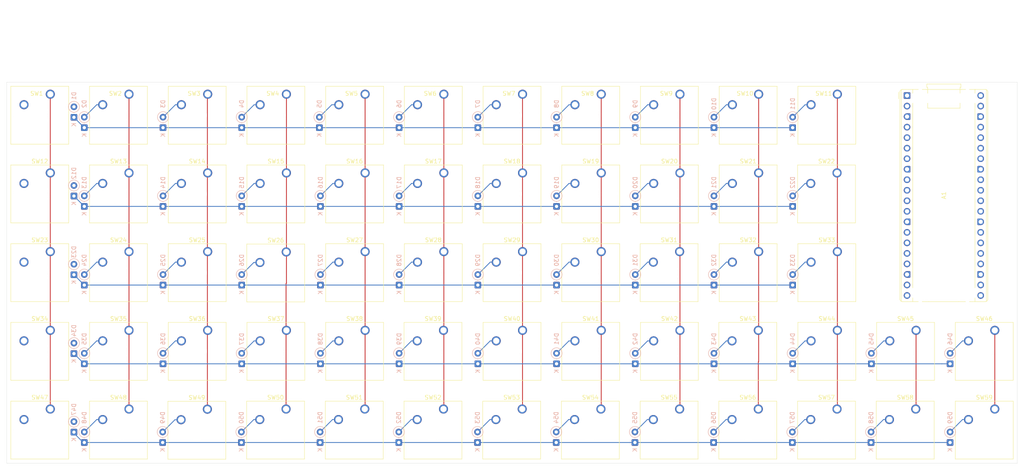
<source format=kicad_pcb>
(kicad_pcb (version 20241229) (generator "pcbnew") (generator_version "9.0")
  (layers (0 "F.Cu" signal) (2 "B.Cu" signal) (13 "F.Paste" user) (15 "B.Paste" user) (5 "F.SilkS" user "F.Silkscreen") (7 "B.SilkS" user "B.Silkscreen") (1 "F.Mask" user) (3 "B.Mask" user) (25 "Edge.Cuts" user))
  (net 0 "")
  (net 2 "ROW3")
  (net 3 "COL4")
  (net 4 "COL12")
  (net 5 "COL2")
  (net 6 "COL7")
  (net 8 "ROW2")
  (net 10 "COL8")
  (net 15 "ROW1")
  (net 16 "ROW4")
  (net 20 "COL0")
  (net 23 "COL3")
  (net 25 "COL11")
  (net 27 "ROW0")
  (net 28 "COL10")
  (net 33 "COL9")
  (net 36 "COL6")
  (net 37 "COL1")
  (net 40 "COL5")
  (net 41 "Net-(D1-A)")
  (net 42 "Net-(D2-A)")
  (net 43 "Net-(D3-A)")
  (net 44 "Net-(D4-A)")
  (net 45 "Net-(D5-A)")
  (net 46 "Net-(D6-A)")
  (net 47 "Net-(D7-A)")
  (net 48 "Net-(D8-A)")
  (net 49 "Net-(D9-A)")
  (net 50 "Net-(D10-A)")
  (net 51 "Net-(D11-A)")
  (net 52 "Net-(D12-A)")
  (net 53 "Net-(D13-A)")
  (net 54 "Net-(D14-A)")
  (net 55 "Net-(D15-A)")
  (net 56 "Net-(D16-A)")
  (net 57 "Net-(D17-A)")
  (net 58 "Net-(D18-A)")
  (net 59 "Net-(D19-A)")
  (net 60 "Net-(D20-A)")
  (net 61 "Net-(D21-A)")
  (net 62 "Net-(D22-A)")
  (net 63 "Net-(D23-A)")
  (net 64 "Net-(D24-A)")
  (net 65 "Net-(D25-A)")
  (net 66 "Net-(D26-A)")
  (net 67 "Net-(D27-A)")
  (net 68 "Net-(D28-A)")
  (net 69 "Net-(D29-A)")
  (net 70 "Net-(D30-A)")
  (net 71 "Net-(D31-A)")
  (net 72 "Net-(D32-A)")
  (net 73 "Net-(D33-A)")
  (net 74 "Net-(D34-A)")
  (net 75 "Net-(D35-A)")
  (net 76 "Net-(D36-A)")
  (net 77 "Net-(D37-A)")
  (net 78 "Net-(D38-A)")
  (net 79 "Net-(D39-A)")
  (net 80 "Net-(D40-A)")
  (net 81 "Net-(D41-A)")
  (net 82 "Net-(D42-A)")
  (net 83 "Net-(D43-A)")
  (net 84 "Net-(D44-A)")
  (net 85 "Net-(D45-A)")
  (net 86 "Net-(D46-A)")
  (net 87 "Net-(D47-A)")
  (net 88 "Net-(D48-A)")
  (net 89 "Net-(D49-A)")
  (net 90 "Net-(D50-A)")
  (net 91 "Net-(D51-A)")
  (net 92 "Net-(D52-A)")
  (net 93 "Net-(D53-A)")
  (net 94 "Net-(D54-A)")
  (net 95 "Net-(D55-A)")
  (net 96 "Net-(D56-A)")
  (net 97 "Net-(D57-A)")
  (net 98 "Net-(D58-A)")
  (net 99 "Net-(D59-A)")
  (footprint "Button_Switch_Keyboard:SW_Cherry_MX_1.00u_PCB" (layer "F.Cu") (at 42.04 130.42)
    (property "Reference" "SW47")
    (property "Value" "SW_MX")
  )
  (footprint "Button_Switch_Keyboard:SW_Cherry_MX_1.00u_PCB" (layer "F.Cu") (at 136.96 111.42)
    (property "Reference" "SW39")
    (property "Value" "SW_MX")
  )
  (footprint "Button_Switch_Keyboard:SW_Cherry_MX_1.00u_PCB" (layer "F.Cu") (at 156.04 92.42)
    (property "Reference" "SW29")
    (property "Value" "SW_MX")
  )
  (footprint "Module:RaspberryPi_Pico_Common_THT" (layer "F.Cu") (at 248.86 54.75)
    (property "Reference" "A1")
    (property "Value" "RaspberryPi_Pico")
  )
  (footprint "Button_Switch_Keyboard:SW_Cherry_MX_1.00u_PCB" (layer "F.Cu") (at 270.04 111.42)
    (property "Reference" "SW46")
    (property "Value" "SW_MX")
  )
  (footprint "Button_Switch_Keyboard:SW_Cherry_MX_1.00u_PCB" (layer "F.Cu") (at 250.96 130.42)
    (property "Reference" "SW58")
    (property "Value" "SW_MX")
  )
  (footprint "Button_Switch_Keyboard:SW_Cherry_MX_1.00u_PCB" (layer "F.Cu") (at 232.04 54.42)
    (property "Reference" "SW11")
    (property "Value" "SW_MX")
  )
  (footprint "Button_Switch_Keyboard:SW_Cherry_MX_1.00u_PCB" (layer "F.Cu") (at 212.96 111.42)
    (property "Reference" "SW43")
    (property "Value" "SW_MX")
  )
  (footprint "Button_Switch_Keyboard:SW_Cherry_MX_1.00u_PCB" (layer "F.Cu") (at 99 92.5)
    (property "Reference" "SW26")
    (property "Value" "SW_MX")
  )
  (footprint "Button_Switch_Keyboard:SW_Cherry_MX_1.00u_PCB" (layer "F.Cu") (at 80.04 92.42)
    (property "Reference" "SW25")
    (property "Value" "SW_MX")
  )
  (footprint "Button_Switch_Keyboard:SW_Cherry_MX_1.00u_PCB" (layer "F.Cu") (at 61.04 92.42)
    (property "Reference" "SW24")
    (property "Value" "SW_MX")
  )
  (footprint "Button_Switch_Keyboard:SW_Cherry_MX_1.00u_PCB" (layer "F.Cu") (at 232.04 92.42)
    (property "Reference" "SW33")
    (property "Value" "SW_MX")
  )
  (footprint "Button_Switch_Keyboard:SW_Cherry_MX_1.00u_PCB" (layer "F.Cu") (at 99.04 111.42)
    (property "Reference" "SW37")
    (property "Value" "SW_MX")
  )
  (footprint "Button_Switch_Keyboard:SW_Cherry_MX_1.00u_PCB" (layer "F.Cu") (at 80.04 73.42)
    (property "Reference" "SW14")
    (property "Value" "SW_MX")
  )
  (footprint "Button_Switch_Keyboard:SW_Cherry_MX_1.00u_PCB" (layer "F.Cu") (at 193.96 92.42)
    (property "Reference" "SW31")
    (property "Value" "SW_MX")
  )
  (footprint "Button_Switch_Keyboard:SW_Cherry_MX_1.00u_PCB" (layer "F.Cu") (at 42.04 111.42)
    (property "Reference" "SW34")
    (property "Value" "SW_MX")
  )
  (footprint "Button_Switch_Keyboard:SW_Cherry_MX_1.00u_PCB" (layer "F.Cu") (at 194.04 111.42)
    (property "Reference" "SW42")
    (property "Value" "SW_MX")
  )
  (footprint "Button_Switch_Keyboard:SW_Cherry_MX_1.00u_PCB" (layer "F.Cu") (at 213.04 92.42)
    (property "Reference" "SW32")
    (property "Value" "SW_MX")
  )
  (footprint "Button_Switch_Keyboard:SW_Cherry_MX_1.00u_PCB" (layer "F.Cu") (at 156.04 111.42)
    (property "Reference" "SW40")
    (property "Value" "SW_MX")
  )
  (footprint "Button_Switch_Keyboard:SW_Cherry_MX_1.00u_PCB" (layer "F.Cu") (at 99.04 54.42)
    (property "Reference" "SW4")
    (property "Value" "SW_MX")
  )
  (footprint "Button_Switch_Keyboard:SW_Cherry_MX_1.00u_PCB" (layer "F.Cu") (at 136.96 130.42)
    (property "Reference" "SW52")
    (property "Value" "SW_MX")
  )
  (footprint "Button_Switch_Keyboard:SW_Cherry_MX_1.00u_PCB" (layer "F.Cu") (at 118.04 92.42)
    (property "Reference" "SW27")
    (property "Value" "SW_MX")
  )
  (footprint "Button_Switch_Keyboard:SW_Cherry_MX_1.00u_PCB" (layer "F.Cu") (at 118.04 111.42)
    (property "Reference" "SW38")
    (property "Value" "SW_MX")
  )
  (footprint "Button_Switch_Keyboard:SW_Cherry_MX_1.00u_PCB" (layer "F.Cu") (at 80.04 111.42)
    (property "Reference" "SW36")
    (property "Value" "SW_MX")
  )
  (footprint "Button_Switch_Keyboard:SW_Cherry_MX_1.00u_PCB" (layer "F.Cu") (at 118.04 73.42)
    (property "Reference" "SW16")
    (property "Value" "SW_MX")
  )
  (footprint "Button_Switch_Keyboard:SW_Cherry_MX_1.00u_PCB" (layer "F.Cu") (at 194.04 73.42)
    (property "Reference" "SW20")
    (property "Value" "SW_MX")
  )
  (footprint "Button_Switch_Keyboard:SW_Cherry_MX_1.00u_PCB" (layer "F.Cu") (at 61.04 130.42)
    (property "Reference" "SW48")
    (property "Value" "SW_MX")
  )
  (footprint "Button_Switch_Keyboard:SW_Cherry_MX_1.00u_PCB" (layer "F.Cu") (at 80.04 54.42)
    (property "Reference" "SW3")
    (property "Value" "SW_MX")
  )
  (footprint "Button_Switch_Keyboard:SW_Cherry_MX_1.00u_PCB" (layer "F.Cu") (at 213.04 54.42)
    (property "Reference" "SW10")
    (property "Value" "SW_MX")
  )
  (footprint "Button_Switch_Keyboard:SW_Cherry_MX_1.00u_PCB" (layer "F.Cu") (at 42.04 73.42)
    (property "Reference" "SW12")
    (property "Value" "SW_MX")
  )
  (footprint "Button_Switch_Keyboard:SW_Cherry_MX_1.00u_PCB" (layer "F.Cu") (at 194.04 54.42)
    (property "Reference" "SW9")
    (property "Value" "SW_MX")
  )
  (footprint "Button_Switch_Keyboard:SW_Cherry_MX_1.00u_PCB" (layer "F.Cu") (at 137.04 92.42)
    (property "Reference" "SW28")
    (property "Value" "SW_MX")
  )
  (footprint "Button_Switch_Keyboard:SW_Cherry_MX_1.00u_PCB" (layer "F.Cu") (at 155.96 130.42)
    (property "Reference" "SW53")
    (property "Value" "SW_MX")
  )
  (footprint "Button_Switch_Keyboard:SW_Cherry_MX_1.00u_PCB" (layer "F.Cu") (at 137.04 73.42)
    (property "Reference" "SW17")
    (property "Value" "SW_MX")
  )
  (footprint "Button_Switch_Keyboard:SW_Cherry_MX_1.00u_PCB" (layer "F.Cu") (at 175.04 54.42)
    (property "Reference" "SW8")
    (property "Value" "SW_MX")
  )
  (footprint "Button_Switch_Keyboard:SW_Cherry_MX_1.00u_PCB" (layer "F.Cu") (at 175.04 73.42)
    (property "Reference" "SW19")
    (property "Value" "SW_MX")
  )
  (footprint "Button_Switch_Keyboard:SW_Cherry_MX_1.00u_PCB" (layer "F.Cu") (at 231.96 73.42)
    (property "Reference" "SW22")
    (property "Value" "SW_MX")
  )
  (footprint "Button_Switch_Keyboard:SW_Cherry_MX_1.00u_PCB" (layer "F.Cu") (at 42.04 92.42)
    (property "Reference" "SW23")
    (property "Value" "SW_MX")
  )
  (footprint "Button_Switch_Keyboard:SW_Cherry_MX_1.00u_PCB" (layer "F.Cu") (at 231.96 130.42)
    (property "Reference" "SW57")
    (property "Value" "SW_MX")
  )
  (footprint "Button_Switch_Keyboard:SW_Cherry_MX_1.00u_PCB" (layer "F.Cu") (at 212.96 130.42)
    (property "Reference" "SW56")
    (property "Value" "SW_MX")
  )
  (footprint "Button_Switch_Keyboard:SW_Cherry_MX_1.00u_PCB" (layer "F.Cu") (at 79.96 130.46)
    (property "Reference" "SW49")
    (property "Value" "SW_MX")
  )
  (footprint "Button_Switch_Keyboard:SW_Cherry_MX_1.00u_PCB" (layer "F.Cu") (at 61.04 73.42)
    (property "Reference" "SW13")
    (property "Value" "SW_MX")
  )
  (footprint "Button_Switch_Keyboard:SW_Cherry_MX_1.00u_PCB" (layer "F.Cu") (at 42.04 54.42)
    (property "Reference" "SW1")
    (property "Value" "SW_MX")
  )
  (footprint "Button_Switch_Keyboard:SW_Cherry_MX_1.00u_PCB" (layer "F.Cu") (at 61.04 54.42)
    (property "Reference" "SW2")
    (property "Value" "SW_MX")
  )
  (footprint "Button_Switch_Keyboard:SW_Cherry_MX_1.00u_PCB" (layer "F.Cu") (at 156.04 54.42)
    (property "Reference" "SW7")
    (property "Value" "SW_MX")
  )
  (footprint "Button_Switch_Keyboard:SW_Cherry_MX_1.00u_PCB" (layer "F.Cu") (at 175.04 111.42)
    (property "Reference" "SW41")
    (property "Value" "SW_MX")
  )
  (footprint "Button_Switch_Keyboard:SW_Cherry_MX_1.00u_PCB" (layer "F.Cu") (at 251.04 111.42)
    (property "Reference" "SW45")
    (property "Value" "SW_MX")
  )
  (footprint "Button_Switch_Keyboard:SW_Cherry_MX_1.00u_PCB" (layer "F.Cu") (at 98.96 130.42)
    (property "Reference" "SW50")
    (property "Value" "SW_MX")
  )
  (footprint "Button_Switch_Keyboard:SW_Cherry_MX_1.00u_PCB" (layer "F.Cu") (at 118.04 54.42)
    (property "Reference" "SW5")
    (property "Value" "SW_MX")
  )
  (footprint "Button_Switch_Keyboard:SW_Cherry_MX_1.00u_PCB" (layer "F.Cu") (at 156.04 73.42)
    (property "Reference" "SW18")
    (property "Value" "SW_MX")
  )
  (footprint "Button_Switch_Keyboard:SW_Cherry_MX_1.00u_PCB" (layer "F.Cu") (at 193.96 130.42)
    (property "Reference" "SW55")
    (property "Value" "SW_MX")
  )
  (footprint "Button_Switch_Keyboard:SW_Cherry_MX_1.00u_PCB" (layer "F.Cu") (at 61.04 111.42)
    (property "Reference" "SW35")
    (property "Value" "SW_MX")
  )
  (footprint "Button_Switch_Keyboard:SW_Cherry_MX_1.00u_PCB" (layer "F.Cu") (at 175.04 92.42)
    (property "Reference" "SW30")
    (property "Value" "SW_MX")
  )
  (footprint "Button_Switch_Keyboard:SW_Cherry_MX_1.00u_PCB" (layer "F.Cu") (at 99.04 73.42)
    (property "Reference" "SW15")
    (property "Value" "SW_MX")
  )
  (footprint "Button_Switch_Keyboard:SW_Cherry_MX_1.00u_PCB" (layer "F.Cu") (at 232.04 111.42)
    (property "Reference" "SW44")
    (property "Value" "SW_MX")
  )
  (footprint "Button_Switch_Keyboard:SW_Cherry_MX_1.00u_PCB" (layer "F.Cu") (at 117.96 130.42)
    (property "Reference" "SW51")
    (property "Value" "SW_MX")
  )
  (footprint "Button_Switch_Keyboard:SW_Cherry_MX_1.00u_PCB" (layer "F.Cu") (at 213.04 73.42)
    (property "Reference" "SW21")
    (property "Value" "SW_MX")
  )
  (footprint "Button_Switch_Keyboard:SW_Cherry_MX_1.00u_PCB" (layer "F.Cu") (at 174.96 130.42)
    (property "Reference" "SW54")
    (property "Value" "SW_MX")
  )
  (footprint "Button_Switch_Keyboard:SW_Cherry_MX_1.00u_PCB" (layer "F.Cu") (at 137.04 54.42)
    (property "Reference" "SW6")
    (property "Value" "SW_MX")
  )
  (footprint "Button_Switch_Keyboard:SW_Cherry_MX_1.00u_PCB" (layer "F.Cu") (at 270.04 130.42)
    (property "Reference" "SW59")
    (property "Value" "SW_MX")
  )
  (footprint "Diode_THT:D_DO-35_SOD27_P2.54mm_Vertical_KathodeUp" (layer "B.Cu") (at 47.75 60 90)
    (property "Reference" "D1")
    (property "Value" "D")
  )
  (footprint "Diode_THT:D_DO-35_SOD27_P2.54mm_Vertical_KathodeUp" (layer "B.Cu") (at 107 62.5 90)
    (property "Reference" "D5")
    (property "Value" "D")
  )
  (footprint "Diode_THT:D_DO-35_SOD27_P2.54mm_Vertical_KathodeUp" (layer "B.Cu") (at 240.25 119.5 90)
    (property "Reference" "D45")
    (property "Value" "D")
  )
  (footprint "Diode_THT:D_DO-35_SOD27_P2.54mm_Vertical_KathodeUp" (layer "B.Cu") (at 183.25 119.5 90)
    (property "Reference" "D42")
    (property "Value" "D")
  )
  (footprint "Diode_THT:D_DO-35_SOD27_P2.54mm_Vertical_KathodeUp" (layer "B.Cu") (at 259.25 119.5 90)
    (property "Reference" "D46")
    (property "Value" "D")
  )
  (footprint "Diode_THT:D_DO-35_SOD27_P2.54mm_Vertical_KathodeUp" (layer "B.Cu") (at 107.25 100.5 90)
    (property "Reference" "D27")
    (property "Value" "D")
  )
  (footprint "Diode_THT:D_DO-35_SOD27_P2.54mm_Vertical_KathodeUp" (layer "B.Cu") (at 164.25 119.5 90)
    (property "Reference" "D41")
    (property "Value" "D")
  )
  (footprint "Diode_THT:D_DO-35_SOD27_P2.54mm_Vertical_KathodeUp" (layer "B.Cu") (at 164.25 81.5 90)
    (property "Reference" "D19")
    (property "Value" "D")
  )
  (footprint "Diode_THT:D_DO-35_SOD27_P2.54mm_Vertical_KathodeUp" (layer "B.Cu") (at 69.25 62.5 90)
    (property "Reference" "D3")
    (property "Value" "D")
  )
  (footprint "Diode_THT:D_DO-35_SOD27_P2.54mm_Vertical_KathodeUp" (layer "B.Cu") (at 183.25 62.5 90)
    (property "Reference" "D9")
    (property "Value" "D")
  )
  (footprint "Diode_THT:D_DO-35_SOD27_P2.54mm_Vertical_KathodeUp" (layer "B.Cu") (at 126.25 119.5 90)
    (property "Reference" "D39")
    (property "Value" "D")
  )
  (footprint "Diode_THT:D_DO-35_SOD27_P2.54mm_Vertical_KathodeUp" (layer "B.Cu") (at 221.25 62.5 90)
    (property "Reference" "D11")
    (property "Value" "D")
  )
  (footprint "Diode_THT:D_DO-35_SOD27_P2.54mm_Vertical_KathodeUp" (layer "B.Cu") (at 88.25 119.5 90)
    (property "Reference" "D37")
    (property "Value" "D")
  )
  (footprint "Diode_THT:D_DO-35_SOD27_P2.54mm_Vertical_KathodeUp" (layer "B.Cu") (at 47.75 98 90)
    (property "Reference" "D23")
    (property "Value" "D")
  )
  (footprint "Diode_THT:D_DO-35_SOD27_P2.54mm_Vertical_KathodeUp" (layer "B.Cu") (at 126.25 62.5 90)
    (property "Reference" "D6")
    (property "Value" "D")
  )
  (footprint "Diode_THT:D_DO-35_SOD27_P2.54mm_Vertical_KathodeUp" (layer "B.Cu") (at 69.25 119.5 90)
    (property "Reference" "D36")
    (property "Value" "D")
  )
  (footprint "Diode_THT:D_DO-35_SOD27_P2.54mm_Vertical_KathodeUp" (layer "B.Cu") (at 107.25 81.5 90)
    (property "Reference" "D16")
    (property "Value" "D")
  )
  (footprint "Diode_THT:D_DO-35_SOD27_P2.54mm_Vertical_KathodeUp" (layer "B.Cu") (at 47.75 136 90)
    (property "Reference" "D47")
    (property "Value" "D")
  )
  (footprint "Diode_THT:D_DO-35_SOD27_P2.54mm_Vertical_KathodeUp" (layer "B.Cu") (at 145.25 100.5 90)
    (property "Reference" "D29")
    (property "Value" "D")
  )
  (footprint "Diode_THT:D_DO-35_SOD27_P2.54mm_Vertical_KathodeUp" (layer "B.Cu") (at 221.25 81.5 90)
    (property "Reference" "D22")
    (property "Value" "D")
  )
  (footprint "Diode_THT:D_DO-35_SOD27_P2.54mm_Vertical_KathodeUp" (layer "B.Cu") (at 183.25 81.5 90)
    (property "Reference" "D20")
    (property "Value" "D")
  )
  (footprint "Diode_THT:D_DO-35_SOD27_P2.54mm_Vertical_KathodeUp" (layer "B.Cu") (at 47.75 79 90)
    (property "Reference" "D12")
    (property "Value" "D")
  )
  (footprint "Diode_THT:D_DO-35_SOD27_P2.54mm_Vertical_KathodeUp" (layer "B.Cu") (at 50.25 100.5 90)
    (property "Reference" "D24")
    (property "Value" "D")
  )
  (footprint "Diode_THT:D_DO-35_SOD27_P2.54mm_Vertical_KathodeUp" (layer "B.Cu") (at 145.25 62.5 90)
    (property "Reference" "D7")
    (property "Value" "D")
  )
  (footprint "Diode_THT:D_DO-35_SOD27_P2.54mm_Vertical_KathodeUp" (layer "B.Cu") (at 145.25 81.5 90)
    (property "Reference" "D18")
    (property "Value" "D")
  )
  (footprint "Diode_THT:D_DO-35_SOD27_P2.54mm_Vertical_KathodeUp" (layer "B.Cu") (at 88.25 100.5 90)
    (property "Reference" "D26")
    (property "Value" "D")
  )
  (footprint "Diode_THT:D_DO-35_SOD27_P2.54mm_Vertical_KathodeUp" (layer "B.Cu") (at 164.17 138.5 90)
    (property "Reference" "D54")
    (property "Value" "D")
  )
  (footprint "Diode_THT:D_DO-35_SOD27_P2.54mm_Vertical_KathodeUp" (layer "B.Cu") (at 259.25 138.5 90)
    (property "Reference" "D59")
    (property "Value" "D")
  )
  (footprint "Diode_THT:D_DO-35_SOD27_P2.54mm_Vertical_KathodeUp" (layer "B.Cu") (at 183.25 100.5 90)
    (property "Reference" "D31")
    (property "Value" "D")
  )
  (footprint "Diode_THT:D_DO-35_SOD27_P2.54mm_Vertical_KathodeUp" (layer "B.Cu") (at 164.25 62.5 90)
    (property "Reference" "D8")
    (property "Value" "D")
  )
  (footprint "Diode_THT:D_DO-35_SOD27_P2.54mm_Vertical_KathodeUp" (layer "B.Cu") (at 126.25 100.5 90)
    (property "Reference" "D28")
    (property "Value" "D")
  )
  (footprint "Diode_THT:D_DO-35_SOD27_P2.54mm_Vertical_KathodeUp" (layer "B.Cu") (at 50.25 138.5 90)
    (property "Reference" "D48")
    (property "Value" "D")
  )
  (footprint "Diode_THT:D_DO-35_SOD27_P2.54mm_Vertical_KathodeUp" (layer "B.Cu") (at 126.25 81.5 90)
    (property "Reference" "D17")
    (property "Value" "D")
  )
  (footprint "Diode_THT:D_DO-35_SOD27_P2.54mm_Vertical_KathodeUp" (layer "B.Cu") (at 202.25 119.5 90)
    (property "Reference" "D43")
    (property "Value" "D")
  )
  (footprint "Diode_THT:D_DO-35_SOD27_P2.54mm_Vertical_KathodeUp" (layer "B.Cu") (at 50.25 62.5 90)
    (property "Reference" "D2")
    (property "Value" "D")
  )
  (footprint "Diode_THT:D_DO-35_SOD27_P2.54mm_Vertical_KathodeUp" (layer "B.Cu") (at 88.25 81.5 90)
    (property "Reference" "D15")
    (property "Value" "D")
  )
  (footprint "Diode_THT:D_DO-35_SOD27_P2.54mm_Vertical_KathodeUp" (layer "B.Cu") (at 47.75 117.04 90)
    (property "Reference" "D34")
    (property "Value" "D")
  )
  (footprint "Diode_THT:D_DO-35_SOD27_P2.54mm_Vertical_KathodeUp" (layer "B.Cu") (at 50.25 119.5 90)
    (property "Reference" "D35")
    (property "Value" "D")
  )
  (footprint "Diode_THT:D_DO-35_SOD27_P2.54mm_Vertical_KathodeUp" (layer "B.Cu") (at 183.17 138.5 90)
    (property "Reference" "D55")
    (property "Value" "D")
  )
  (footprint "Diode_THT:D_DO-35_SOD27_P2.54mm_Vertical_KathodeUp" (layer "B.Cu") (at 240.17 138.5 90)
    (property "Reference" "D58")
    (property "Value" "D")
  )
  (footprint "Diode_THT:D_DO-35_SOD27_P2.54mm_Vertical_KathodeUp" (layer "B.Cu") (at 202.25 100.5 90)
    (property "Reference" "D32")
    (property "Value" "D")
  )
  (footprint "Diode_THT:D_DO-35_SOD27_P2.54mm_Vertical_KathodeUp" (layer "B.Cu") (at 145.25 119.5 90)
    (property "Reference" "D40")
    (property "Value" "D")
  )
  (footprint "Diode_THT:D_DO-35_SOD27_P2.54mm_Vertical_KathodeUp" (layer "B.Cu") (at 126.17 138.5 90)
    (property "Reference" "D52")
    (property "Value" "D")
  )
  (footprint "Diode_THT:D_DO-35_SOD27_P2.54mm_Vertical_KathodeUp" (layer "B.Cu") (at 221.17 138.5 90)
    (property "Reference" "D57")
    (property "Value" "D")
  )
  (footprint "Diode_THT:D_DO-35_SOD27_P2.54mm_Vertical_KathodeUp" (layer "B.Cu") (at 107.17 138.5 90)
    (property "Reference" "D51")
    (property "Value" "D")
  )
  (footprint "Diode_THT:D_DO-35_SOD27_P2.54mm_Vertical_KathodeUp" (layer "B.Cu") (at 164.25 100.5 90)
    (property "Reference" "D30")
    (property "Value" "D")
  )
  (footprint "Diode_THT:D_DO-35_SOD27_P2.54mm_Vertical_KathodeUp" (layer "B.Cu") (at 69.25 100.5 90)
    (property "Reference" "D25")
    (property "Value" "D")
  )
  (footprint "Diode_THT:D_DO-35_SOD27_P2.54mm_Vertical_KathodeUp" (layer "B.Cu") (at 202.25 62.5 90)
    (property "Reference" "D10")
    (property "Value" "D")
  )
  (footprint "Diode_THT:D_DO-35_SOD27_P2.54mm_Vertical_KathodeUp" (layer "B.Cu") (at 221.25 119.5 90)
    (property "Reference" "D44")
    (property "Value" "D")
  )
  (footprint "Diode_THT:D_DO-35_SOD27_P2.54mm_Vertical_KathodeUp" (layer "B.Cu") (at 69.25 81.5 90)
    (property "Reference" "D14")
    (property "Value" "D")
  )
  (footprint "Diode_THT:D_DO-35_SOD27_P2.54mm_Vertical_KathodeUp" (layer "B.Cu") (at 145.17 138.5 90)
    (property "Reference" "D53")
    (property "Value" "D")
  )
  (footprint "Diode_THT:D_DO-35_SOD27_P2.54mm_Vertical_KathodeUp" (layer "B.Cu") (at 221.25 100.5 90)
    (property "Reference" "D33")
    (property "Value" "D")
  )
  (footprint "Diode_THT:D_DO-35_SOD27_P2.54mm_Vertical_KathodeUp" (layer "B.Cu") (at 88.17 138.5 90)
    (property "Reference" "D50")
    (property "Value" "D")
  )
  (footprint "Diode_THT:D_DO-35_SOD27_P2.54mm_Vertical_KathodeUp" (layer "B.Cu") (at 50.25 81.5 90)
    (property "Reference" "D13")
    (property "Value" "D")
  )
  (footprint "Diode_THT:D_DO-35_SOD27_P2.54mm_Vertical_KathodeUp" (layer "B.Cu") (at 69.17 138.5 90)
    (property "Reference" "D49")
    (property "Value" "D")
  )
  (footprint "Diode_THT:D_DO-35_SOD27_P2.54mm_Vertical_KathodeUp" (layer "B.Cu") (at 202.17 138.5 90)
    (property "Reference" "D56")
    (property "Value" "D")
  )
  (footprint "Diode_THT:D_DO-35_SOD27_P2.54mm_Vertical_KathodeUp" (layer "B.Cu") (at 88.25 62.5 90)
    (property "Reference" "D4")
    (property "Value" "D")
  )
  (footprint "Diode_THT:D_DO-35_SOD27_P2.54mm_Vertical_KathodeUp" (layer "B.Cu") (at 107.25 119.5 90)
    (property "Reference" "D38")
    (property "Value" "D")
  )
  (footprint "Diode_THT:D_DO-35_SOD27_P2.54mm_Vertical_KathodeUp" (layer "B.Cu") (at 202.25 81.5 90)
    (property "Reference" "D21")
    (property "Value" "D")
  )
  (gr_line (start 31.5 51.5) (end 275.5 51.5) (stroke (width 0.05)) (layer "Edge.Cuts"))
  (gr_line (start 31.5 51.5) (end 31.5 143.5) (stroke (width 0.05)) (layer "Edge.Cuts"))
  (gr_line (start 275.5 143.5) (end 275.5 51.5) (stroke (width 0.05)) (layer "Edge.Cuts"))
  (gr_line (start 31.5 143.5) (end 275.5 143.5) (stroke (width 0.05)) (layer "Edge.Cuts"))
  (segment (start 221.25 81.5) (end 50.25 81.5) (width 0.2) (layer "B.Cu") (net 2))
  (segment (start 50.25 81.5) (end 47.75 79) (width 0.2) (layer "B.Cu") (net 2))
  (segment (start 118.04 54.42) (end 118.04 130.34) (width 0.2) (layer "F.Cu") (net 3))
  (segment (start 118.04 130.34) (end 117.96 130.42) (width 0.2) (layer "F.Cu") (net 3))
  (segment (start 270.04 111.42) (end 270.04 130.42) (width 0.2) (layer "F.Cu") (net 4))
  (segment (start 79.96 130.46) (end 79.96 54.5) (width 0.2) (layer "F.Cu") (net 5))
  (segment (start 79.96 54.5) (end 80.04 54.42) (width 0.2) (layer "F.Cu") (net 5))
  (segment (start 175.04 130.34) (end 174.96 130.42) (width 0.2) (layer "F.Cu") (net 6))
  (segment (start 175.04 54.42) (end 175.04 130.34) (width 0.2) (layer "F.Cu") (net 6))
  (segment (start 248.36 100.5) (end 248.5 100.36) (width 0.2) (layer "B.Cu") (net 8))
  (segment (start 221.25 100.5) (end 50.25 100.5) (width 0.2) (layer "B.Cu") (net 8))
  (segment (start 50.25 100.5) (end 47.75 98) (width 0.2) (layer "B.Cu") (net 8))
  (segment (start 194.04 130.34) (end 193.96 130.42) (width 0.2) (layer "F.Cu") (net 10))
  (segment (start 194.04 54.42) (end 194.04 130.34) (width 0.2) (layer "F.Cu") (net 10))
  (segment (start 50.21 119.5) (end 47.75 117.04) (width 0.2) (layer "B.Cu") (net 15))
  (segment (start 259.25 119.5) (end 257.25 119.5) (width 0.2) (layer "B.Cu") (net 15))
  (segment (start 257.25 119.5) (end 50.21 119.5) (width 0.2) (layer "B.Cu") (net 15))
  (segment (start 50.25 62.5) (end 221.25 62.5) (width 0.2) (layer "B.Cu") (net 16))
  (segment (start 47.75 60) (end 50.25 62.5) (width 0.2) (layer "B.Cu") (net 16))
  (segment (start 42.04 54.42) (end 42.04 130.42) (width 0.2) (layer "F.Cu") (net 20))
  (segment (start 99.04 100.04) (end 98.96 100.12) (width 0.2) (layer "F.Cu") (net 23))
  (segment (start 98.96 100.12) (end 98.96 130.42) (width 0.2) (layer "F.Cu") (net 23))
  (segment (start 99.04 54.42) (end 99.04 100.04) (width 0.2) (layer "F.Cu") (net 23))
  (segment (start 251.04 111.42) (end 251.04 130.34) (width 0.2) (layer "F.Cu") (net 25))
  (segment (start 251.04 130.34) (end 250.96 130.42) (width 0.2) (layer "F.Cu") (net 25))
  (segment (start 259.25 138.5) (end 50 138.5) (width 0.2) (layer "B.Cu") (net 27))
  (segment (start 50 138.5) (end 47.75 136.25) (width 0.2) (layer "B.Cu") (net 27))
  (segment (start 47.75 136.25) (end 47.75 136) (width 0.2) (layer "B.Cu") (net 27))
  (segment (start 232.04 130.34) (end 231.96 130.42) (width 0.2) (layer "F.Cu") (net 28))
  (segment (start 232.04 54.42) (end 232.04 130.34) (width 0.2) (layer "F.Cu") (net 28))
  (segment (start 212.96 119.04) (end 212.96 130.42) (width 0.2) (layer "F.Cu") (net 33))
  (segment (start 213.04 118.96) (end 212.96 119.04) (width 0.2) (layer "F.Cu") (net 33))
  (segment (start 213.04 54.42) (end 213.04 118.96) (width 0.2) (layer "F.Cu") (net 33))
  (segment (start 156.04 130.34) (end 155.96 130.42) (width 0.2) (layer "F.Cu") (net 36))
  (segment (start 156.04 54.42) (end 156.04 130.34) (width 0.2) (layer "F.Cu") (net 36))
  (segment (start 61.04 54.42) (end 61.04 130.42) (width 0.2) (layer "F.Cu") (net 37))
  (segment (start 137.04 54.42) (end 137.04 130.34) (width 0.2) (layer "F.Cu") (net 40))
  (segment (start 137.04 130.34) (end 136.96 130.42) (width 0.2) (layer "F.Cu") (net 40))
  (segment (start 53.25 56.96) (end 50.25 59.96) (width 0.2) (layer "B.Cu") (net 42))
  (segment (start 54.69 56.96) (end 53.25 56.96) (width 0.2) (layer "B.Cu") (net 42))
  (segment (start 72.25 56.96) (end 69.25 59.96) (width 0.2) (layer "B.Cu") (net 43))
  (segment (start 73.69 56.96) (end 72.25 56.96) (width 0.2) (layer "B.Cu") (net 43))
  (segment (start 91.25 56.96) (end 88.25 59.96) (width 0.2) (layer "B.Cu") (net 44))
  (segment (start 92.69 56.96) (end 91.25 56.96) (width 0.2) (layer "B.Cu") (net 44))
  (segment (start 111.69 56.96) (end 110 56.96) (width 0.2) (layer "B.Cu") (net 45))
  (segment (start 110 56.96) (end 107 59.96) (width 0.2) (layer "B.Cu") (net 45))
  (segment (start 129.25 56.96) (end 126.25 59.96) (width 0.2) (layer "B.Cu") (net 46))
  (segment (start 130.69 56.96) (end 129.25 56.96) (width 0.2) (layer "B.Cu") (net 46))
  (segment (start 149.69 56.96) (end 148.25 56.96) (width 0.2) (layer "B.Cu") (net 47))
  (segment (start 148.25 56.96) (end 145.25 59.96) (width 0.2) (layer "B.Cu") (net 47))
  (segment (start 167.25 56.96) (end 164.25 59.96) (width 0.2) (layer "B.Cu") (net 48))
  (segment (start 168.69 56.96) (end 167.25 56.96) (width 0.2) (layer "B.Cu") (net 48))
  (segment (start 187.69 56.96) (end 186.25 56.96) (width 0.2) (layer "B.Cu") (net 49))
  (segment (start 186.25 56.96) (end 183.25 59.96) (width 0.2) (layer "B.Cu") (net 49))
  (segment (start 206.69 56.96) (end 205.25 56.96) (width 0.2) (layer "B.Cu") (net 50))
  (segment (start 205.25 56.96) (end 202.25 59.96) (width 0.2) (layer "B.Cu") (net 50))
  (segment (start 225.69 56.96) (end 224.25 56.96) (width 0.2) (layer "B.Cu") (net 51))
  (segment (start 224.25 56.96) (end 221.25 59.96) (width 0.2) (layer "B.Cu") (net 51))
  (segment (start 53.25 75.96) (end 50.25 78.96) (width 0.2) (layer "B.Cu") (net 53))
  (segment (start 54.69 75.96) (end 53.25 75.96) (width 0.2) (layer "B.Cu") (net 53))
  (segment (start 73.69 75.96) (end 72.25 75.96) (width 0.2) (layer "B.Cu") (net 54))
  (segment (start 72.25 75.96) (end 69.25 78.96) (width 0.2) (layer "B.Cu") (net 54))
  (segment (start 92.69 75.96) (end 91.25 75.96) (width 0.2) (layer "B.Cu") (net 55))
  (segment (start 91.25 75.96) (end 88.25 78.96) (width 0.2) (layer "B.Cu") (net 55))
  (segment (start 111.69 75.96) (end 110.25 75.96) (width 0.2) (layer "B.Cu") (net 56))
  (segment (start 110.25 75.96) (end 107.25 78.96) (width 0.2) (layer "B.Cu") (net 56))
  (segment (start 130.69 75.96) (end 129.25 75.96) (width 0.2) (layer "B.Cu") (net 57))
  (segment (start 129.25 75.96) (end 126.25 78.96) (width 0.2) (layer "B.Cu") (net 57))
  (segment (start 148.25 75.96) (end 145.25 78.96) (width 0.2) (layer "B.Cu") (net 58))
  (segment (start 149.69 75.96) (end 148.25 75.96) (width 0.2) (layer "B.Cu") (net 58))
  (segment (start 167.25 75.96) (end 164.25 78.96) (width 0.2) (layer "B.Cu") (net 59))
  (segment (start 168.69 75.96) (end 167.25 75.96) (width 0.2) (layer "B.Cu") (net 59))
  (segment (start 186.25 75.96) (end 183.25 78.96) (width 0.2) (layer "B.Cu") (net 60))
  (segment (start 187.69 75.96) (end 186.25 75.96) (width 0.2) (layer "B.Cu") (net 60))
  (segment (start 206.69 75.96) (end 205.25 75.96) (width 0.2) (layer "B.Cu") (net 61))
  (segment (start 205.25 75.96) (end 202.25 78.96) (width 0.2) (layer "B.Cu") (net 61))
  (segment (start 225.61 75.96) (end 224.25 75.96) (width 0.2) (layer "B.Cu") (net 62))
  (segment (start 224.25 75.96) (end 221.25 78.96) (width 0.2) (layer "B.Cu") (net 62))
  (segment (start 53.25 94.96) (end 50.25 97.96) (width 0.2) (layer "B.Cu") (net 64))
  (segment (start 54.69 94.96) (end 53.25 94.96) (width 0.2) (layer "B.Cu") (net 64))
  (segment (start 73.69 94.96) (end 72.25 94.96) (width 0.2) (layer "B.Cu") (net 65))
  (segment (start 72.25 94.96) (end 69.25 97.96) (width 0.2) (layer "B.Cu") (net 65))
  (segment (start 91.17 95.04) (end 88.25 97.96) (width 0.2) (layer "B.Cu") (net 66))
  (segment (start 92.65 95.04) (end 91.17 95.04) (width 0.2) (layer "B.Cu") (net 66))
  (segment (start 110.25 94.96) (end 107.25 97.96) (width 0.2) (layer "B.Cu") (net 67))
  (segment (start 111.69 94.96) (end 110.25 94.96) (width 0.2) (layer "B.Cu") (net 67))
  (segment (start 130.69 94.96) (end 129.25 94.96) (width 0.2) (layer "B.Cu") (net 68))
  (segment (start 129.25 94.96) (end 126.25 97.96) (width 0.2) (layer "B.Cu") (net 68))
  (segment (start 148.25 94.96) (end 145.25 97.96) (width 0.2) (layer "B.Cu") (net 69))
  (segment (start 149.69 94.96) (end 148.25 94.96) (width 0.2) (layer "B.Cu") (net 69))
  (segment (start 167.25 94.96) (end 164.25 97.96) (width 0.2) (layer "B.Cu") (net 70))
  (segment (start 168.69 94.96) (end 167.25 94.96) (width 0.2) (layer "B.Cu") (net 70))
  (segment (start 187.61 94.96) (end 186.25 94.96) (width 0.2) (layer "B.Cu") (net 71))
  (segment (start 186.25 94.96) (end 183.25 97.96) (width 0.2) (layer "B.Cu") (net 71))
  (segment (start 205.25 94.96) (end 202.25 97.96) (width 0.2) (layer "B.Cu") (net 72))
  (segment (start 206.69 94.96) (end 205.25 94.96) (width 0.2) (layer "B.Cu") (net 72))
  (segment (start 224.25 94.96) (end 221.25 97.96) (width 0.2) (layer "B.Cu") (net 73))
  (segment (start 225.69 94.96) (end 224.25 94.96) (width 0.2) (layer "B.Cu") (net 73))
  (segment (start 53.25 113.96) (end 50.25 116.96) (width 0.2) (layer "B.Cu") (net 75))
  (segment (start 54.69 113.96) (end 53.25 113.96) (width 0.2) (layer "B.Cu") (net 75))
  (segment (start 72.25 113.96) (end 69.25 116.96) (width 0.2) (layer "B.Cu") (net 76))
  (segment (start 73.69 113.96) (end 72.25 113.96) (width 0.2) (layer "B.Cu") (net 76))
  (segment (start 92.69 113.96) (end 91.25 113.96) (width 0.2) (layer "B.Cu") (net 77))
  (segment (start 91.25 113.96) (end 88.25 116.96) (width 0.2) (layer "B.Cu") (net 77))
  (segment (start 110.25 113.96) (end 107.25 116.96) (width 0.2) (layer "B.Cu") (net 78))
  (segment (start 111.69 113.96) (end 110.25 113.96) (width 0.2) (layer "B.Cu") (net 78))
  (segment (start 129.25 113.96) (end 126.25 116.96) (width 0.2) (layer "B.Cu") (net 79))
  (segment (start 130.61 113.96) (end 129.25 113.96) (width 0.2) (layer "B.Cu") (net 79))
  (segment (start 149.69 113.96) (end 148.25 113.96) (width 0.2) (layer "B.Cu") (net 80))
  (segment (start 148.25 113.96) (end 145.25 116.96) (width 0.2) (layer "B.Cu") (net 80))
  (segment (start 167.25 113.96) (end 164.25 116.96) (width 0.2) (layer "B.Cu") (net 81))
  (segment (start 168.69 113.96) (end 167.25 113.96) (width 0.2) (layer "B.Cu") (net 81))
  (segment (start 186.25 113.96) (end 183.25 116.96) (width 0.2) (layer "B.Cu") (net 82))
  (segment (start 187.69 113.96) (end 186.25 113.96) (width 0.2) (layer "B.Cu") (net 82))
  (segment (start 206.61 113.96) (end 205.25 113.96) (width 0.2) (layer "B.Cu") (net 83))
  (segment (start 205.25 113.96) (end 202.25 116.96) (width 0.2) (layer "B.Cu") (net 83))
  (segment (start 224.25 113.96) (end 221.25 116.96) (width 0.2) (layer "B.Cu") (net 84))
  (segment (start 225.69 113.96) (end 224.25 113.96) (width 0.2) (layer "B.Cu") (net 84))
  (segment (start 244.69 113.96) (end 243.25 113.96) (width 0.2) (layer "B.Cu") (net 85))
  (segment (start 243.25 113.96) (end 240.25 116.96) (width 0.2) (layer "B.Cu") (net 85))
  (segment (start 262.25 113.96) (end 259.25 116.96) (width 0.2) (layer "B.Cu") (net 86))
  (segment (start 263.69 113.96) (end 262.25 113.96) (width 0.2) (layer "B.Cu") (net 86))
  (segment (start 54.69 132.96) (end 53.25 132.96) (width 0.2) (layer "B.Cu") (net 88))
  (segment (start 53.25 132.96) (end 50.25 135.96) (width 0.2) (layer "B.Cu") (net 88))
  (segment (start 73.61 133) (end 72.13 133) (width 0.2) (layer "B.Cu") (net 89))
  (segment (start 72.13 133) (end 69.17 135.96) (width 0.2) (layer "B.Cu") (net 89))
  (segment (start 92.61 132.96) (end 91.17 132.96) (width 0.2) (layer "B.Cu") (net 90))
  (segment (start 91.17 132.96) (end 88.17 135.96) (width 0.2) (layer "B.Cu") (net 90))
  (segment (start 111.61 132.96) (end 110.17 132.96) (width 0.2) (layer "B.Cu") (net 91))
  (segment (start 110.17 132.96) (end 107.17 135.96) (width 0.2) (layer "B.Cu") (net 91))
  (segment (start 129.17 132.96) (end 126.17 135.96) (width 0.2) (layer "B.Cu") (net 92))
  (segment (start 130.61 132.96) (end 129.17 132.96) (width 0.2) (layer "B.Cu") (net 92))
  (segment (start 149.61 132.96) (end 148.17 132.96) (width 0.2) (layer "B.Cu") (net 93))
  (segment (start 148.17 132.96) (end 145.17 135.96) (width 0.2) (layer "B.Cu") (net 93))
  (segment (start 167.17 132.96) (end 164.17 135.96) (width 0.2) (layer "B.Cu") (net 94))
  (segment (start 168.61 132.96) (end 167.17 132.96) (width 0.2) (layer "B.Cu") (net 94))
  (segment (start 186.17 132.96) (end 183.17 135.96) (width 0.2) (layer "B.Cu") (net 95))
  (segment (start 187.61 132.96) (end 186.17 132.96) (width 0.2) (layer "B.Cu") (net 95))
  (segment (start 205.17 132.96) (end 202.17 135.96) (width 0.2) (layer "B.Cu") (net 96))
  (segment (start 206.61 132.96) (end 205.17 132.96) (width 0.2) (layer "B.Cu") (net 96))
  (segment (start 224.17 132.96) (end 221.17 135.96) (width 0.2) (layer "B.Cu") (net 97))
  (segment (start 225.61 132.96) (end 224.17 132.96) (width 0.2) (layer "B.Cu") (net 97))
  (segment (start 244.61 132.96) (end 243.17 132.96) (width 0.2) (layer "B.Cu") (net 98))
  (segment (start 243.17 132.96) (end 240.17 135.96) (width 0.2) (layer "B.Cu") (net 98))
  (segment (start 263.69 132.96) (end 262.25 132.96) (width 0.2) (layer "B.Cu") (net 99))
  (segment (start 262.25 132.96) (end 259.25 135.96) (width 0.2) (layer "B.Cu") (net 99))
)
</source>
